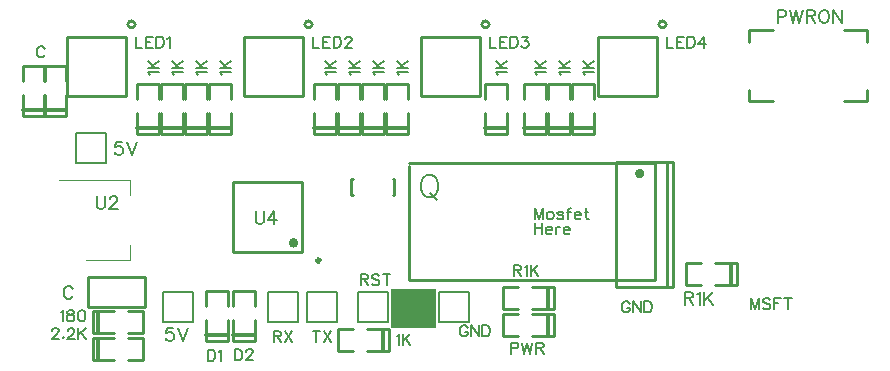
<source format=gto>
G04 ---------------------------- Layer name :TOP SILK LAYER*
G04 EasyEDA v5.6.10, Sat, 14 Jul 2018 09:59:27 GMT*
G04 2f10b13e7a714cddaf66bfbe285f99f1*
G04 Gerber Generator version 0.2*
G04 Scale: 100 percent, Rotated: No, Reflected: No *
G04 Dimensions in millimeters *
G04 leading zeros omitted , absolute positions ,3 integer and 3 decimal *
%FSLAX33Y33*%
%MOMM*%
G90*
G71D02*

%ADD10C,0.254000*%
%ADD11C,0.399999*%
%ADD15C,0.203200*%
%ADD16C,0.177800*%
%ADD17C,0.178003*%
%ADD37C,0.119990*%
%ADD38C,0.249999*%
%ADD39C,0.330200*%
%ADD40C,0.202999*%
%ADD41C,0.299999*%

%LPD*%
G54D37*
G01X9984Y11066D02*
G01X13746Y11066D01*
G01X13746Y12329D01*
G01X7736Y17889D02*
G01X13746Y17889D01*
G01X13746Y16626D01*
G54D10*
G01X35991Y17932D02*
G01X36093Y17932D01*
G01X36093Y16611D01*
G01X35991Y16611D01*
G01X32588Y16611D02*
G01X32435Y16611D01*
G01X32435Y17932D01*
G01X32588Y17932D01*
G01X68171Y24521D02*
G01X66169Y24521D01*
G01X66169Y25521D01*
G01X74170Y30520D02*
G01X76169Y30520D01*
G01X76169Y29519D01*
G01X66169Y29519D02*
G01X66169Y30520D01*
G01X68171Y30520D01*
G01X76169Y25521D02*
G01X76169Y24521D01*
G01X74170Y24521D01*
G54D38*
G01X58379Y29931D02*
G01X58379Y24932D01*
G01X58379Y24932D02*
G01X53380Y24932D01*
G01X53380Y29931D02*
G01X53380Y24932D01*
G01X58379Y29933D02*
G01X53380Y29933D01*
G01X43395Y29931D02*
G01X43395Y24932D01*
G01X43395Y24932D02*
G01X38394Y24932D01*
G01X38394Y29931D02*
G01X38394Y24932D01*
G01X43395Y29933D02*
G01X38394Y29933D01*
G01X28407Y29931D02*
G01X28407Y24932D01*
G01X28407Y24932D02*
G01X23408Y24932D01*
G01X23408Y29931D02*
G01X23408Y24932D01*
G01X28407Y29933D02*
G01X23408Y29933D01*
G01X13423Y29931D02*
G01X13423Y24932D01*
G01X13423Y24932D02*
G01X8422Y24932D01*
G01X8422Y29931D02*
G01X8422Y24932D01*
G01X13423Y29933D02*
G01X8422Y29933D01*
G54D39*
G01X64637Y10779D02*
G01X64637Y9032D01*
G54D10*
G01X63312Y10833D02*
G01X65112Y10833D01*
G01X65112Y8978D01*
G01X62113Y10833D02*
G01X60838Y10833D01*
G01X60838Y8978D01*
G01X60838Y8978D02*
G01X62113Y8978D01*
G01X63312Y8978D02*
G01X65112Y8978D01*
G54D39*
G01X11054Y4968D02*
G01X11054Y6715D01*
G54D10*
G01X12379Y4914D02*
G01X10579Y4914D01*
G01X10579Y6769D01*
G01X13578Y4914D02*
G01X14853Y4914D01*
G01X14853Y6769D01*
G01X14853Y6769D02*
G01X13578Y6769D01*
G01X12379Y6769D02*
G01X10579Y6769D01*
G54D39*
G01X11054Y2682D02*
G01X11054Y4429D01*
G54D10*
G01X12379Y2628D02*
G01X10579Y2628D01*
G01X10579Y4483D01*
G01X13578Y2628D02*
G01X14853Y2628D01*
G01X14853Y4483D01*
G01X14853Y4483D02*
G01X13578Y4483D01*
G01X12379Y4483D02*
G01X10579Y4483D01*
G01X59695Y19397D02*
G01X59695Y8796D01*
G01X54897Y8796D01*
G01X54897Y19397D01*
G01X59695Y19397D01*
G01X59197Y8796D02*
G01X59197Y19397D01*
G01X22451Y11783D02*
G01X28348Y11783D01*
G01X28348Y17680D01*
G01X22451Y17680D01*
G01X22451Y11783D01*
G54D15*
G01X27940Y5842D02*
G01X25400Y5842D01*
G01X25400Y8382D01*
G01X27940Y8382D01*
G01X27940Y6477D01*
G54D40*
G01X27940Y5842D02*
G01X27940Y6477D01*
G54D15*
G01X31242Y5842D02*
G01X28702Y5842D01*
G01X28702Y8382D01*
G01X31242Y8382D01*
G01X31242Y6477D01*
G54D40*
G01X31242Y5842D02*
G01X31242Y6477D01*
G54D15*
G01X35560Y5842D02*
G01X33020Y5842D01*
G01X33020Y8382D01*
G01X35560Y8382D01*
G01X35560Y6477D01*
G54D40*
G01X35560Y5842D02*
G01X35560Y6477D01*
G54D15*
G01X42418Y5842D02*
G01X39878Y5842D01*
G01X39878Y8382D01*
G01X42418Y8382D01*
G01X42418Y6477D01*
G54D40*
G01X42418Y5842D02*
G01X42418Y6477D01*
G54D15*
G01X19050Y5842D02*
G01X16510Y5842D01*
G01X16510Y8382D01*
G01X19050Y8382D01*
G01X19050Y6477D01*
G54D40*
G01X19050Y5842D02*
G01X19050Y6477D01*
G54D39*
G01X16113Y22230D02*
G01X14366Y22230D01*
G54D10*
G01X16167Y23555D02*
G01X16167Y21755D01*
G01X14312Y21755D01*
G01X16167Y24754D02*
G01X16167Y26029D01*
G01X14312Y26029D01*
G01X14312Y26029D02*
G01X14312Y24754D01*
G01X14312Y23555D02*
G01X14312Y21755D01*
G54D39*
G01X18145Y22230D02*
G01X16398Y22230D01*
G54D10*
G01X18199Y23555D02*
G01X18199Y21755D01*
G01X16344Y21755D01*
G01X18199Y24754D02*
G01X18199Y26029D01*
G01X16344Y26029D01*
G01X16344Y26029D02*
G01X16344Y24754D01*
G01X16344Y23555D02*
G01X16344Y21755D01*
G54D39*
G01X20177Y22230D02*
G01X18430Y22230D01*
G54D10*
G01X20231Y23555D02*
G01X20231Y21755D01*
G01X18376Y21755D01*
G01X20231Y24754D02*
G01X20231Y26029D01*
G01X18376Y26029D01*
G01X18376Y26029D02*
G01X18376Y24754D01*
G01X18376Y23555D02*
G01X18376Y21755D01*
G54D39*
G01X22209Y22230D02*
G01X20462Y22230D01*
G54D10*
G01X22263Y23555D02*
G01X22263Y21755D01*
G01X20408Y21755D01*
G01X22263Y24754D02*
G01X22263Y26029D01*
G01X20408Y26029D01*
G01X20408Y26029D02*
G01X20408Y24754D01*
G01X20408Y23555D02*
G01X20408Y21755D01*
G54D39*
G01X49143Y6461D02*
G01X49143Y4714D01*
G54D10*
G01X47818Y6515D02*
G01X49618Y6515D01*
G01X49618Y4660D01*
G01X46619Y6515D02*
G01X45344Y6515D01*
G01X45344Y4660D01*
G01X45344Y4660D02*
G01X46619Y4660D01*
G01X47818Y4660D02*
G01X49618Y4660D01*
G54D39*
G01X49143Y8747D02*
G01X49143Y7000D01*
G54D10*
G01X47818Y8801D02*
G01X49618Y8801D01*
G01X49618Y6946D01*
G01X46619Y8801D02*
G01X45344Y8801D01*
G01X45344Y6946D01*
G01X45344Y6946D02*
G01X46619Y6946D01*
G01X47818Y6946D02*
G01X49618Y6946D01*
G54D39*
G01X31099Y22230D02*
G01X29352Y22230D01*
G54D10*
G01X31153Y23555D02*
G01X31153Y21755D01*
G01X29298Y21755D01*
G01X31153Y24754D02*
G01X31153Y26029D01*
G01X29298Y26029D01*
G01X29298Y26029D02*
G01X29298Y24754D01*
G01X29298Y23555D02*
G01X29298Y21755D01*
G54D39*
G01X33131Y22230D02*
G01X31384Y22230D01*
G54D10*
G01X33185Y23555D02*
G01X33185Y21755D01*
G01X31330Y21755D01*
G01X33185Y24754D02*
G01X33185Y26029D01*
G01X31330Y26029D01*
G01X31330Y26029D02*
G01X31330Y24754D01*
G01X31330Y23555D02*
G01X31330Y21755D01*
G54D39*
G01X35163Y22230D02*
G01X33416Y22230D01*
G54D10*
G01X35217Y23555D02*
G01X35217Y21755D01*
G01X33362Y21755D01*
G01X35217Y24754D02*
G01X35217Y26029D01*
G01X33362Y26029D01*
G01X33362Y26029D02*
G01X33362Y24754D01*
G01X33362Y23555D02*
G01X33362Y21755D01*
G54D39*
G01X37195Y22230D02*
G01X35448Y22230D01*
G54D10*
G01X37249Y23555D02*
G01X37249Y21755D01*
G01X35394Y21755D01*
G01X37249Y24754D02*
G01X37249Y26029D01*
G01X35394Y26029D01*
G01X35394Y26029D02*
G01X35394Y24754D01*
G01X35394Y23555D02*
G01X35394Y21755D01*
G54D39*
G01X45577Y22230D02*
G01X43830Y22230D01*
G54D10*
G01X45631Y23555D02*
G01X45631Y21755D01*
G01X43776Y21755D01*
G01X45631Y24754D02*
G01X45631Y26029D01*
G01X43776Y26029D01*
G01X43776Y26029D02*
G01X43776Y24754D01*
G01X43776Y23555D02*
G01X43776Y21755D01*
G54D39*
G01X48879Y22230D02*
G01X47132Y22230D01*
G54D10*
G01X48933Y23555D02*
G01X48933Y21755D01*
G01X47078Y21755D01*
G01X48933Y24754D02*
G01X48933Y26029D01*
G01X47078Y26029D01*
G01X47078Y26029D02*
G01X47078Y24754D01*
G01X47078Y23555D02*
G01X47078Y21755D01*
G54D39*
G01X50911Y22230D02*
G01X49164Y22230D01*
G54D10*
G01X50965Y23555D02*
G01X50965Y21755D01*
G01X49110Y21755D01*
G01X50965Y24754D02*
G01X50965Y26029D01*
G01X49110Y26029D01*
G01X49110Y26029D02*
G01X49110Y24754D01*
G01X49110Y23555D02*
G01X49110Y21755D01*
G54D39*
G01X52943Y22230D02*
G01X51196Y22230D01*
G54D10*
G01X52997Y23555D02*
G01X52997Y21755D01*
G01X51142Y21755D01*
G01X52997Y24754D02*
G01X52997Y26029D01*
G01X51142Y26029D01*
G01X51142Y26029D02*
G01X51142Y24754D01*
G01X51142Y23555D02*
G01X51142Y21755D01*
G54D39*
G01X6461Y23754D02*
G01X4714Y23754D01*
G54D10*
G01X6515Y25079D02*
G01X6515Y23279D01*
G01X4660Y23279D01*
G01X6515Y26278D02*
G01X6515Y27553D01*
G01X4660Y27553D01*
G01X4660Y27553D02*
G01X4660Y26278D01*
G01X4660Y25079D02*
G01X4660Y23279D01*
G54D39*
G01X8239Y23751D02*
G01X6492Y23751D01*
G54D10*
G01X8293Y25077D02*
G01X8293Y23276D01*
G01X6438Y23276D01*
G01X8293Y26276D02*
G01X8293Y27551D01*
G01X6438Y27551D01*
G01X6438Y27551D02*
G01X6438Y26276D01*
G01X6438Y25077D02*
G01X6438Y23276D01*
G54D39*
G01X24244Y4701D02*
G01X22496Y4701D01*
G54D10*
G01X24297Y6027D02*
G01X24297Y4226D01*
G01X22443Y4226D01*
G01X24297Y7226D02*
G01X24297Y8501D01*
G01X22443Y8501D01*
G01X22443Y8501D02*
G01X22443Y7226D01*
G01X22443Y6027D02*
G01X22443Y4226D01*
G54D39*
G01X21955Y4701D02*
G01X20208Y4701D01*
G54D10*
G01X22009Y6027D02*
G01X22009Y4226D01*
G01X20154Y4226D01*
G01X22009Y7226D02*
G01X22009Y8501D01*
G01X20154Y8501D01*
G01X20154Y8501D02*
G01X20154Y7226D01*
G01X20154Y6027D02*
G01X20154Y4226D01*
G54D15*
G01X11684Y19304D02*
G01X9144Y19304D01*
G01X9144Y21844D01*
G01X11684Y21844D01*
G01X11684Y19939D01*
G54D40*
G01X11684Y19304D02*
G01X11684Y19939D01*
G54D39*
G01X35173Y5191D02*
G01X35173Y3444D01*
G54D10*
G01X33848Y5245D02*
G01X35648Y5245D01*
G01X35648Y3390D01*
G01X32649Y5245D02*
G01X31374Y5245D01*
G01X31374Y3390D01*
G01X31374Y3390D02*
G01X32649Y3390D01*
G01X33848Y3390D02*
G01X35648Y3390D01*
G01X10413Y9652D02*
G01X14985Y9652D01*
G01X14985Y7112D01*
G01X10159Y7112D01*
G01X10159Y9652D01*
G01X10413Y9652D01*
G01X37338Y19304D02*
G01X58166Y19304D01*
G01X58166Y9398D01*
G01X37338Y9398D01*
G01X37338Y19050D01*
G54D16*
G01X10922Y16510D02*
G01X10922Y15732D01*
G01X10972Y15575D01*
G01X11076Y15471D01*
G01X11234Y15420D01*
G01X11338Y15420D01*
G01X11493Y15471D01*
G01X11597Y15575D01*
G01X11648Y15732D01*
G01X11648Y16510D01*
G01X12044Y16250D02*
G01X12044Y16304D01*
G01X12095Y16408D01*
G01X12148Y16459D01*
G01X12252Y16510D01*
G01X12458Y16510D01*
G01X12562Y16459D01*
G01X12616Y16408D01*
G01X12666Y16304D01*
G01X12666Y16200D01*
G01X12616Y16095D01*
G01X12512Y15938D01*
G01X11991Y15420D01*
G01X12720Y15420D01*
G01X38900Y18287D02*
G01X38717Y18199D01*
G01X38536Y18016D01*
G01X38445Y17835D01*
G01X38354Y17561D01*
G01X38354Y17106D01*
G01X38445Y16835D01*
G01X38536Y16652D01*
G01X38717Y16471D01*
G01X38900Y16380D01*
G01X39263Y16380D01*
G01X39443Y16471D01*
G01X39626Y16652D01*
G01X39717Y16835D01*
G01X39809Y17106D01*
G01X39809Y17561D01*
G01X39717Y17835D01*
G01X39626Y18016D01*
G01X39443Y18199D01*
G01X39263Y18287D01*
G01X38900Y18287D01*
G01X39171Y16743D02*
G01X39717Y16197D01*
G01X59182Y30010D02*
G01X59182Y29055D01*
G01X59182Y29055D02*
G01X59728Y29055D01*
G01X60027Y30010D02*
G01X60027Y29055D01*
G01X60027Y30010D02*
G01X60617Y30010D01*
G01X60027Y29555D02*
G01X60391Y29555D01*
G01X60027Y29055D02*
G01X60617Y29055D01*
G01X60919Y30010D02*
G01X60919Y29055D01*
G01X60919Y30010D02*
G01X61236Y30010D01*
G01X61374Y29964D01*
G01X61462Y29872D01*
G01X61508Y29781D01*
G01X61554Y29646D01*
G01X61554Y29418D01*
G01X61508Y29281D01*
G01X61462Y29192D01*
G01X61374Y29100D01*
G01X61236Y29055D01*
G01X60919Y29055D01*
G01X62308Y30010D02*
G01X61854Y29372D01*
G01X62537Y29372D01*
G01X62308Y30010D02*
G01X62308Y29055D01*
G01X44196Y30010D02*
G01X44196Y29055D01*
G01X44196Y29055D02*
G01X44742Y29055D01*
G01X45041Y30010D02*
G01X45041Y29055D01*
G01X45041Y30010D02*
G01X45631Y30010D01*
G01X45041Y29555D02*
G01X45405Y29555D01*
G01X45041Y29055D02*
G01X45631Y29055D01*
G01X45933Y30010D02*
G01X45933Y29055D01*
G01X45933Y30010D02*
G01X46250Y30010D01*
G01X46388Y29964D01*
G01X46476Y29872D01*
G01X46522Y29781D01*
G01X46568Y29646D01*
G01X46568Y29418D01*
G01X46522Y29281D01*
G01X46476Y29192D01*
G01X46388Y29100D01*
G01X46250Y29055D01*
G01X45933Y29055D01*
G01X46959Y30010D02*
G01X47459Y30010D01*
G01X47188Y29646D01*
G01X47322Y29646D01*
G01X47414Y29601D01*
G01X47459Y29555D01*
G01X47505Y29418D01*
G01X47505Y29326D01*
G01X47459Y29192D01*
G01X47368Y29100D01*
G01X47231Y29055D01*
G01X47096Y29055D01*
G01X46959Y29100D01*
G01X46913Y29146D01*
G01X46868Y29237D01*
G01X29237Y30010D02*
G01X29237Y29055D01*
G01X29237Y29055D02*
G01X29784Y29055D01*
G01X30083Y30010D02*
G01X30083Y29055D01*
G01X30083Y30010D02*
G01X30673Y30010D01*
G01X30083Y29555D02*
G01X30446Y29555D01*
G01X30083Y29055D02*
G01X30673Y29055D01*
G01X30975Y30010D02*
G01X30975Y29055D01*
G01X30975Y30010D02*
G01X31292Y30010D01*
G01X31429Y29964D01*
G01X31518Y29872D01*
G01X31564Y29781D01*
G01X31610Y29646D01*
G01X31610Y29418D01*
G01X31564Y29281D01*
G01X31518Y29192D01*
G01X31429Y29100D01*
G01X31292Y29055D01*
G01X30975Y29055D01*
G01X31955Y29781D02*
G01X31955Y29827D01*
G01X32001Y29918D01*
G01X32047Y29964D01*
G01X32138Y30010D01*
G01X32318Y30010D01*
G01X32410Y29964D01*
G01X32456Y29918D01*
G01X32501Y29827D01*
G01X32501Y29735D01*
G01X32456Y29646D01*
G01X32364Y29509D01*
G01X31910Y29055D01*
G01X32547Y29055D01*
G01X14224Y30010D02*
G01X14224Y29055D01*
G01X14224Y29055D02*
G01X14770Y29055D01*
G01X15069Y30010D02*
G01X15069Y29055D01*
G01X15069Y30010D02*
G01X15659Y30010D01*
G01X15069Y29555D02*
G01X15433Y29555D01*
G01X15069Y29055D02*
G01X15659Y29055D01*
G01X15961Y30010D02*
G01X15961Y29055D01*
G01X15961Y30010D02*
G01X16278Y30010D01*
G01X16416Y29964D01*
G01X16504Y29872D01*
G01X16550Y29781D01*
G01X16596Y29646D01*
G01X16596Y29418D01*
G01X16550Y29281D01*
G01X16504Y29192D01*
G01X16416Y29100D01*
G01X16278Y29055D01*
G01X15961Y29055D01*
G01X16896Y29827D02*
G01X16987Y29872D01*
G01X17124Y30010D01*
G01X17124Y29055D01*
G01X60705Y8382D02*
G01X60705Y7292D01*
G01X60705Y8382D02*
G01X61173Y8382D01*
G01X61328Y8331D01*
G01X61381Y8280D01*
G01X61432Y8176D01*
G01X61432Y8072D01*
G01X61381Y7968D01*
G01X61328Y7914D01*
G01X61173Y7863D01*
G01X60705Y7863D01*
G01X61069Y7863D02*
G01X61432Y7292D01*
G01X61775Y8176D02*
G01X61879Y8227D01*
G01X62036Y8382D01*
G01X62036Y7292D01*
G01X62379Y8382D02*
G01X62379Y7292D01*
G01X63106Y8382D02*
G01X62379Y7655D01*
G01X62638Y7914D02*
G01X63106Y7292D01*
G01X7874Y6675D02*
G01X7965Y6720D01*
G01X8100Y6858D01*
G01X8100Y5902D01*
G01X8628Y6858D02*
G01X8491Y6812D01*
G01X8445Y6720D01*
G01X8445Y6629D01*
G01X8491Y6537D01*
G01X8582Y6494D01*
G01X8765Y6449D01*
G01X8900Y6403D01*
G01X8991Y6311D01*
G01X9037Y6220D01*
G01X9037Y6085D01*
G01X8991Y5994D01*
G01X8945Y5948D01*
G01X8811Y5902D01*
G01X8628Y5902D01*
G01X8491Y5948D01*
G01X8445Y5994D01*
G01X8402Y6085D01*
G01X8402Y6220D01*
G01X8445Y6311D01*
G01X8536Y6403D01*
G01X8674Y6449D01*
G01X8856Y6494D01*
G01X8945Y6537D01*
G01X8991Y6629D01*
G01X8991Y6720D01*
G01X8945Y6812D01*
G01X8811Y6858D01*
G01X8628Y6858D01*
G01X9611Y6858D02*
G01X9474Y6812D01*
G01X9382Y6675D01*
G01X9337Y6449D01*
G01X9337Y6311D01*
G01X9382Y6085D01*
G01X9474Y5948D01*
G01X9611Y5902D01*
G01X9700Y5902D01*
G01X9837Y5948D01*
G01X9928Y6085D01*
G01X9974Y6311D01*
G01X9974Y6449D01*
G01X9928Y6675D01*
G01X9837Y6812D01*
G01X9700Y6858D01*
G01X9611Y6858D01*
G01X7157Y5105D02*
G01X7157Y5151D01*
G01X7203Y5242D01*
G01X7249Y5288D01*
G01X7338Y5334D01*
G01X7520Y5334D01*
G01X7612Y5288D01*
G01X7658Y5242D01*
G01X7703Y5151D01*
G01X7703Y5059D01*
G01X7658Y4970D01*
G01X7566Y4833D01*
G01X7112Y4378D01*
G01X7749Y4378D01*
G01X8094Y4605D02*
G01X8049Y4561D01*
G01X8094Y4516D01*
G01X8138Y4561D01*
G01X8094Y4605D01*
G01X8483Y5105D02*
G01X8483Y5151D01*
G01X8529Y5242D01*
G01X8575Y5288D01*
G01X8666Y5334D01*
G01X8849Y5334D01*
G01X8938Y5288D01*
G01X8983Y5242D01*
G01X9029Y5151D01*
G01X9029Y5059D01*
G01X8983Y4970D01*
G01X8895Y4833D01*
G01X8440Y4378D01*
G01X9075Y4378D01*
G01X9375Y5334D02*
G01X9375Y4378D01*
G01X10012Y5334D02*
G01X9375Y4696D01*
G01X9603Y4925D02*
G01X10012Y4378D01*
G01X48006Y15494D02*
G01X48006Y14538D01*
G01X48006Y15494D02*
G01X48369Y14538D01*
G01X48732Y15494D02*
G01X48369Y14538D01*
G01X48732Y15494D02*
G01X48732Y14538D01*
G01X49260Y15173D02*
G01X49169Y15130D01*
G01X49077Y15039D01*
G01X49032Y14902D01*
G01X49032Y14810D01*
G01X49077Y14676D01*
G01X49169Y14584D01*
G01X49260Y14538D01*
G01X49397Y14538D01*
G01X49486Y14584D01*
G01X49578Y14676D01*
G01X49623Y14810D01*
G01X49623Y14902D01*
G01X49578Y15039D01*
G01X49486Y15130D01*
G01X49397Y15173D01*
G01X49260Y15173D01*
G01X50424Y15039D02*
G01X50378Y15130D01*
G01X50241Y15173D01*
G01X50106Y15173D01*
G01X49969Y15130D01*
G01X49923Y15039D01*
G01X49969Y14947D01*
G01X50060Y14902D01*
G01X50286Y14856D01*
G01X50378Y14810D01*
G01X50424Y14721D01*
G01X50424Y14676D01*
G01X50378Y14584D01*
G01X50241Y14538D01*
G01X50106Y14538D01*
G01X49969Y14584D01*
G01X49923Y14676D01*
G01X51087Y15494D02*
G01X50998Y15494D01*
G01X50906Y15448D01*
G01X50860Y15311D01*
G01X50860Y14538D01*
G01X50723Y15173D02*
G01X51041Y15173D01*
G01X51386Y14902D02*
G01X51932Y14902D01*
G01X51932Y14993D01*
G01X51887Y15085D01*
G01X51841Y15130D01*
G01X51752Y15173D01*
G01X51615Y15173D01*
G01X51523Y15130D01*
G01X51432Y15039D01*
G01X51386Y14902D01*
G01X51386Y14810D01*
G01X51432Y14676D01*
G01X51523Y14584D01*
G01X51615Y14538D01*
G01X51752Y14538D01*
G01X51841Y14584D01*
G01X51932Y14676D01*
G01X52369Y15494D02*
G01X52369Y14721D01*
G01X52415Y14584D01*
G01X52506Y14538D01*
G01X52595Y14538D01*
G01X52232Y15173D02*
G01X52552Y15173D01*
G01X24384Y15240D02*
G01X24384Y14462D01*
G01X24434Y14305D01*
G01X24538Y14201D01*
G01X24696Y14150D01*
G01X24800Y14150D01*
G01X24955Y14201D01*
G01X25059Y14305D01*
G01X25110Y14462D01*
G01X25110Y15240D01*
G01X25974Y15240D02*
G01X25453Y14513D01*
G01X26233Y14513D01*
G01X25974Y15240D02*
G01X25974Y14150D01*
G01X25908Y5080D02*
G01X25908Y4124D01*
G01X25908Y5080D02*
G01X26316Y5080D01*
G01X26454Y5034D01*
G01X26499Y4988D01*
G01X26545Y4897D01*
G01X26545Y4805D01*
G01X26499Y4716D01*
G01X26454Y4671D01*
G01X26316Y4625D01*
G01X25908Y4625D01*
G01X26225Y4625D02*
G01X26545Y4124D01*
G01X26845Y5080D02*
G01X27480Y4124D01*
G01X27480Y5080D02*
G01X26845Y4124D01*
G01X29527Y5080D02*
G01X29527Y4124D01*
G01X29210Y5080D02*
G01X29847Y5080D01*
G01X30147Y5080D02*
G01X30782Y4124D01*
G01X30782Y5080D02*
G01X30147Y4124D01*
G01X33274Y9906D02*
G01X33274Y8950D01*
G01X33274Y9906D02*
G01X33682Y9906D01*
G01X33820Y9860D01*
G01X33865Y9814D01*
G01X33911Y9723D01*
G01X33911Y9631D01*
G01X33865Y9542D01*
G01X33820Y9497D01*
G01X33682Y9451D01*
G01X33274Y9451D01*
G01X33591Y9451D02*
G01X33911Y8950D01*
G01X34846Y9768D02*
G01X34754Y9860D01*
G01X34620Y9906D01*
G01X34437Y9906D01*
G01X34300Y9860D01*
G01X34211Y9768D01*
G01X34211Y9677D01*
G01X34256Y9585D01*
G01X34300Y9542D01*
G01X34391Y9497D01*
G01X34665Y9405D01*
G01X34754Y9359D01*
G01X34800Y9314D01*
G01X34846Y9222D01*
G01X34846Y9088D01*
G01X34754Y8996D01*
G01X34620Y8950D01*
G01X34437Y8950D01*
G01X34300Y8996D01*
G01X34211Y9088D01*
G01X35466Y9906D02*
G01X35466Y8950D01*
G01X35145Y9906D02*
G01X35783Y9906D01*
G01X42336Y5359D02*
G01X42293Y5450D01*
G01X42202Y5542D01*
G01X42110Y5588D01*
G01X41927Y5588D01*
G01X41838Y5542D01*
G01X41747Y5450D01*
G01X41701Y5359D01*
G01X41656Y5224D01*
G01X41656Y4996D01*
G01X41701Y4859D01*
G01X41747Y4770D01*
G01X41838Y4678D01*
G01X41927Y4632D01*
G01X42110Y4632D01*
G01X42202Y4678D01*
G01X42293Y4770D01*
G01X42336Y4859D01*
G01X42336Y4996D01*
G01X42110Y4996D02*
G01X42336Y4996D01*
G01X42638Y5588D02*
G01X42638Y4632D01*
G01X42638Y5588D02*
G01X43273Y4632D01*
G01X43273Y5588D02*
G01X43273Y4632D01*
G01X43573Y5588D02*
G01X43573Y4632D01*
G01X43573Y5588D02*
G01X43891Y5588D01*
G01X44028Y5542D01*
G01X44119Y5450D01*
G01X44165Y5359D01*
G01X44211Y5224D01*
G01X44211Y4996D01*
G01X44165Y4859D01*
G01X44119Y4770D01*
G01X44028Y4678D01*
G01X43891Y4632D01*
G01X43573Y4632D01*
G01X17386Y5334D02*
G01X16868Y5334D01*
G01X16814Y4866D01*
G01X16868Y4919D01*
G01X17023Y4970D01*
G01X17180Y4970D01*
G01X17335Y4919D01*
G01X17439Y4815D01*
G01X17490Y4660D01*
G01X17490Y4556D01*
G01X17439Y4399D01*
G01X17335Y4295D01*
G01X17180Y4244D01*
G01X17023Y4244D01*
G01X16868Y4295D01*
G01X16814Y4348D01*
G01X16764Y4452D01*
G01X17833Y5334D02*
G01X18249Y4244D01*
G01X18666Y5334D02*
G01X18249Y4244D01*
G01X15422Y26776D02*
G01X15377Y26868D01*
G01X15240Y27002D01*
G01X16195Y27002D01*
G01X15240Y27304D02*
G01X16195Y27304D01*
G01X15240Y27939D02*
G01X15877Y27304D01*
G01X15648Y27531D02*
G01X16195Y27939D01*
G01X17454Y26776D02*
G01X17409Y26868D01*
G01X17271Y27002D01*
G01X18227Y27002D01*
G01X17271Y27304D02*
G01X18227Y27304D01*
G01X17271Y27939D02*
G01X17909Y27304D01*
G01X17680Y27531D02*
G01X18227Y27939D01*
G01X19486Y26776D02*
G01X19441Y26868D01*
G01X19303Y27002D01*
G01X20259Y27002D01*
G01X19303Y27304D02*
G01X20259Y27304D01*
G01X19303Y27939D02*
G01X19941Y27304D01*
G01X19712Y27531D02*
G01X20259Y27939D01*
G01X21518Y26776D02*
G01X21473Y26868D01*
G01X21335Y27002D01*
G01X22291Y27002D01*
G01X21335Y27304D02*
G01X22291Y27304D01*
G01X21335Y27939D02*
G01X21973Y27304D01*
G01X21744Y27531D02*
G01X22291Y27939D01*
G01X45974Y4102D02*
G01X45974Y3147D01*
G01X45974Y4102D02*
G01X46382Y4102D01*
G01X46520Y4056D01*
G01X46565Y4010D01*
G01X46611Y3919D01*
G01X46611Y3782D01*
G01X46565Y3693D01*
G01X46520Y3647D01*
G01X46382Y3601D01*
G01X45974Y3601D01*
G01X46911Y4102D02*
G01X47137Y3147D01*
G01X47365Y4102D02*
G01X47137Y3147D01*
G01X47365Y4102D02*
G01X47591Y3147D01*
G01X47820Y4102D02*
G01X47591Y3147D01*
G01X48120Y4102D02*
G01X48120Y3147D01*
G01X48120Y4102D02*
G01X48529Y4102D01*
G01X48663Y4056D01*
G01X48709Y4010D01*
G01X48755Y3919D01*
G01X48755Y3827D01*
G01X48709Y3738D01*
G01X48663Y3693D01*
G01X48529Y3647D01*
G01X48120Y3647D01*
G01X48437Y3647D02*
G01X48755Y3147D01*
G01X46228Y10668D02*
G01X46228Y9712D01*
G01X46228Y10668D02*
G01X46636Y10668D01*
G01X46774Y10622D01*
G01X46819Y10576D01*
G01X46865Y10485D01*
G01X46865Y10393D01*
G01X46819Y10304D01*
G01X46774Y10259D01*
G01X46636Y10213D01*
G01X46228Y10213D01*
G01X46545Y10213D02*
G01X46865Y9712D01*
G01X47165Y10485D02*
G01X47254Y10530D01*
G01X47391Y10668D01*
G01X47391Y9712D01*
G01X47691Y10668D02*
G01X47691Y9712D01*
G01X48328Y10668D02*
G01X47691Y10030D01*
G01X47919Y10259D02*
G01X48328Y9712D01*
G01X30408Y26776D02*
G01X30363Y26868D01*
G01X30225Y27002D01*
G01X31181Y27002D01*
G01X30225Y27304D02*
G01X31181Y27304D01*
G01X30225Y27939D02*
G01X30863Y27304D01*
G01X30634Y27531D02*
G01X31181Y27939D01*
G01X32440Y26776D02*
G01X32395Y26868D01*
G01X32257Y27002D01*
G01X33213Y27002D01*
G01X32257Y27304D02*
G01X33213Y27304D01*
G01X32257Y27939D02*
G01X32895Y27304D01*
G01X32666Y27531D02*
G01X33213Y27939D01*
G01X34472Y26776D02*
G01X34427Y26868D01*
G01X34289Y27002D01*
G01X35245Y27002D01*
G01X34289Y27304D02*
G01X35245Y27304D01*
G01X34289Y27939D02*
G01X34927Y27304D01*
G01X34698Y27531D02*
G01X35245Y27939D01*
G01X36504Y26776D02*
G01X36459Y26868D01*
G01X36321Y27002D01*
G01X37277Y27002D01*
G01X36321Y27304D02*
G01X37277Y27304D01*
G01X36321Y27939D02*
G01X36959Y27304D01*
G01X36730Y27531D02*
G01X37277Y27939D01*
G01X44886Y26776D02*
G01X44841Y26868D01*
G01X44703Y27002D01*
G01X45659Y27002D01*
G01X44703Y27304D02*
G01X45659Y27304D01*
G01X44703Y27939D02*
G01X45341Y27304D01*
G01X45112Y27531D02*
G01X45659Y27939D01*
G01X48188Y26776D02*
G01X48143Y26868D01*
G01X48005Y27002D01*
G01X48961Y27002D01*
G01X48005Y27304D02*
G01X48961Y27304D01*
G01X48005Y27939D02*
G01X48643Y27304D01*
G01X48414Y27531D02*
G01X48961Y27939D01*
G01X50220Y26776D02*
G01X50175Y26868D01*
G01X50037Y27002D01*
G01X50993Y27002D01*
G01X50037Y27304D02*
G01X50993Y27304D01*
G01X50037Y27939D02*
G01X50675Y27304D01*
G01X50446Y27531D02*
G01X50993Y27939D01*
G01X52252Y26776D02*
G01X52207Y26868D01*
G01X52069Y27002D01*
G01X53025Y27002D01*
G01X52069Y27304D02*
G01X53025Y27304D01*
G01X52069Y27939D02*
G01X52707Y27304D01*
G01X52478Y27531D02*
G01X53025Y27939D01*
G01X6522Y28981D02*
G01X6479Y29072D01*
G01X6388Y29164D01*
G01X6296Y29210D01*
G01X6113Y29210D01*
G01X6024Y29164D01*
G01X5933Y29072D01*
G01X5887Y28981D01*
G01X5842Y28846D01*
G01X5842Y28618D01*
G01X5887Y28481D01*
G01X5933Y28392D01*
G01X6024Y28300D01*
G01X6113Y28254D01*
G01X6296Y28254D01*
G01X6388Y28300D01*
G01X6479Y28392D01*
G01X6522Y28481D01*
G01X6522Y28981D02*
G01X6479Y29072D01*
G01X6388Y29164D01*
G01X6296Y29210D01*
G01X6113Y29210D01*
G01X6024Y29164D01*
G01X5933Y29072D01*
G01X5887Y28981D01*
G01X5842Y28846D01*
G01X5842Y28618D01*
G01X5887Y28481D01*
G01X5933Y28392D01*
G01X6024Y28300D01*
G01X6113Y28254D01*
G01X6296Y28254D01*
G01X6388Y28300D01*
G01X6479Y28392D01*
G01X6522Y28481D01*
G01X22606Y3556D02*
G01X22606Y2600D01*
G01X22606Y3556D02*
G01X22923Y3556D01*
G01X23060Y3510D01*
G01X23152Y3418D01*
G01X23197Y3327D01*
G01X23243Y3192D01*
G01X23243Y2964D01*
G01X23197Y2827D01*
G01X23152Y2738D01*
G01X23060Y2646D01*
G01X22923Y2600D01*
G01X22606Y2600D01*
G01X23588Y3327D02*
G01X23588Y3373D01*
G01X23632Y3464D01*
G01X23677Y3510D01*
G01X23769Y3556D01*
G01X23952Y3556D01*
G01X24041Y3510D01*
G01X24086Y3464D01*
G01X24132Y3373D01*
G01X24132Y3281D01*
G01X24086Y3192D01*
G01X23997Y3055D01*
G01X23543Y2600D01*
G01X24178Y2600D01*
G01X20320Y3482D02*
G01X20320Y2527D01*
G01X20320Y3482D02*
G01X20637Y3482D01*
G01X20774Y3436D01*
G01X20866Y3345D01*
G01X20911Y3253D01*
G01X20957Y3119D01*
G01X20957Y2890D01*
G01X20911Y2753D01*
G01X20866Y2664D01*
G01X20774Y2573D01*
G01X20637Y2527D01*
G01X20320Y2527D01*
G01X21257Y3299D02*
G01X21346Y3345D01*
G01X21483Y3482D01*
G01X21483Y2527D01*
G01X36322Y4645D02*
G01X36413Y4691D01*
G01X36548Y4828D01*
G01X36548Y3873D01*
G01X36850Y4828D02*
G01X36850Y3873D01*
G01X37485Y4828D02*
G01X36850Y4191D01*
G01X37076Y4419D02*
G01X37485Y3873D01*
G01X8907Y8630D02*
G01X8854Y8735D01*
G01X8752Y8839D01*
G01X8648Y8890D01*
G01X8440Y8890D01*
G01X8336Y8839D01*
G01X8232Y8735D01*
G01X8181Y8630D01*
G01X8128Y8475D01*
G01X8128Y8216D01*
G01X8181Y8059D01*
G01X8232Y7955D01*
G01X8336Y7851D01*
G01X8440Y7800D01*
G01X8648Y7800D01*
G01X8752Y7851D01*
G01X8854Y7955D01*
G01X8907Y8059D01*
G01X13068Y21082D02*
G01X12550Y21082D01*
G01X12496Y20614D01*
G01X12550Y20667D01*
G01X12705Y20718D01*
G01X12862Y20718D01*
G01X13017Y20667D01*
G01X13121Y20563D01*
G01X13172Y20408D01*
G01X13172Y20304D01*
G01X13121Y20147D01*
G01X13017Y20043D01*
G01X12862Y19992D01*
G01X12705Y19992D01*
G01X12550Y20043D01*
G01X12496Y20096D01*
G01X12446Y20200D01*
G01X13515Y21082D02*
G01X13931Y19992D01*
G01X14348Y21082D02*
G01X13931Y19992D01*
G54D17*
G01X56052Y7391D02*
G01X56009Y7482D01*
G01X55918Y7574D01*
G01X55826Y7620D01*
G01X55643Y7620D01*
G01X55554Y7574D01*
G01X55463Y7482D01*
G01X55417Y7391D01*
G01X55372Y7256D01*
G01X55372Y7028D01*
G01X55417Y6891D01*
G01X55463Y6802D01*
G01X55554Y6710D01*
G01X55643Y6664D01*
G01X55826Y6664D01*
G01X55918Y6710D01*
G01X56009Y6802D01*
G01X56052Y6891D01*
G01X56052Y7028D01*
G01X55826Y7028D02*
G01X56052Y7028D01*
G01X56354Y7620D02*
G01X56354Y6664D01*
G01X56354Y7620D02*
G01X56989Y6664D01*
G01X56989Y7620D02*
G01X56989Y6664D01*
G01X57289Y7620D02*
G01X57289Y6664D01*
G01X57289Y7620D02*
G01X57607Y7620D01*
G01X57744Y7574D01*
G01X57835Y7482D01*
G01X57881Y7391D01*
G01X57927Y7256D01*
G01X57927Y7028D01*
G01X57881Y6891D01*
G01X57835Y6802D01*
G01X57744Y6710D01*
G01X57607Y6664D01*
G01X57289Y6664D01*
G01X66294Y7874D02*
G01X66294Y6918D01*
G01X66294Y7874D02*
G01X66657Y6918D01*
G01X67020Y7874D02*
G01X66657Y6918D01*
G01X67020Y7874D02*
G01X67020Y6918D01*
G01X67957Y7736D02*
G01X67866Y7828D01*
G01X67729Y7874D01*
G01X67548Y7874D01*
G01X67411Y7828D01*
G01X67320Y7736D01*
G01X67320Y7645D01*
G01X67365Y7553D01*
G01X67411Y7510D01*
G01X67503Y7465D01*
G01X67774Y7373D01*
G01X67866Y7327D01*
G01X67911Y7282D01*
G01X67957Y7190D01*
G01X67957Y7056D01*
G01X67866Y6964D01*
G01X67729Y6918D01*
G01X67548Y6918D01*
G01X67411Y6964D01*
G01X67320Y7056D01*
G01X68257Y7874D02*
G01X68257Y6918D01*
G01X68257Y7874D02*
G01X68849Y7874D01*
G01X68257Y7419D02*
G01X68620Y7419D01*
G01X69466Y7874D02*
G01X69466Y6918D01*
G01X69148Y7874D02*
G01X69783Y7874D01*
G54D16*
G01X68580Y32257D02*
G01X68580Y31168D01*
G01X68580Y32257D02*
G01X69047Y32257D01*
G01X69202Y32207D01*
G01X69255Y32156D01*
G01X69306Y32052D01*
G01X69306Y31894D01*
G01X69255Y31790D01*
G01X69202Y31739D01*
G01X69047Y31686D01*
G01X68580Y31686D01*
G01X69649Y32257D02*
G01X69910Y31168D01*
G01X70170Y32257D02*
G01X69910Y31168D01*
G01X70170Y32257D02*
G01X70429Y31168D01*
G01X70688Y32257D02*
G01X70429Y31168D01*
G01X71031Y32257D02*
G01X71031Y31168D01*
G01X71031Y32257D02*
G01X71501Y32257D01*
G01X71655Y32207D01*
G01X71706Y32156D01*
G01X71760Y32052D01*
G01X71760Y31948D01*
G01X71706Y31843D01*
G01X71655Y31790D01*
G01X71501Y31739D01*
G01X71031Y31739D01*
G01X71396Y31739D02*
G01X71760Y31168D01*
G01X72415Y32257D02*
G01X72311Y32207D01*
G01X72207Y32103D01*
G01X72153Y31998D01*
G01X72102Y31843D01*
G01X72102Y31584D01*
G01X72153Y31427D01*
G01X72207Y31323D01*
G01X72311Y31219D01*
G01X72415Y31168D01*
G01X72621Y31168D01*
G01X72725Y31219D01*
G01X72829Y31323D01*
G01X72882Y31427D01*
G01X72933Y31584D01*
G01X72933Y31843D01*
G01X72882Y31998D01*
G01X72829Y32103D01*
G01X72725Y32207D01*
G01X72621Y32257D01*
G01X72415Y32257D01*
G01X73276Y32257D02*
G01X73276Y31168D01*
G01X73276Y32257D02*
G01X74002Y31168D01*
G01X74002Y32257D02*
G01X74002Y31168D01*
G01X48006Y14224D02*
G01X48006Y13268D01*
G01X48643Y14224D02*
G01X48643Y13268D01*
G01X48006Y13769D02*
G01X48643Y13769D01*
G01X48943Y13632D02*
G01X49486Y13632D01*
G01X49486Y13723D01*
G01X49441Y13815D01*
G01X49397Y13860D01*
G01X49306Y13903D01*
G01X49169Y13903D01*
G01X49077Y13860D01*
G01X48988Y13769D01*
G01X48943Y13632D01*
G01X48943Y13540D01*
G01X48988Y13406D01*
G01X49077Y13314D01*
G01X49169Y13268D01*
G01X49306Y13268D01*
G01X49397Y13314D01*
G01X49486Y13406D01*
G01X49789Y13903D02*
G01X49789Y13268D01*
G01X49789Y13632D02*
G01X49832Y13769D01*
G01X49923Y13860D01*
G01X50015Y13903D01*
G01X50152Y13903D01*
G01X50452Y13632D02*
G01X50998Y13632D01*
G01X50998Y13723D01*
G01X50952Y13815D01*
G01X50906Y13860D01*
G01X50815Y13903D01*
G01X50678Y13903D01*
G01X50586Y13860D01*
G01X50497Y13769D01*
G01X50452Y13632D01*
G01X50452Y13540D01*
G01X50497Y13406D01*
G01X50586Y13314D01*
G01X50678Y13268D01*
G01X50815Y13268D01*
G01X50906Y13314D01*
G01X50998Y13406D01*
G54D11*
G75*
G01X57097Y18397D02*
G3X57097Y18395I-200J-1D01*
G01*
G54D41*
G75*
G01X29550Y11031D02*
G3X29550Y11034I150J1D01*
G01*
G54D11*
G75*
G01X27399Y12532D02*
G3X27399Y12535I200J1D01*
G01*
G54D10*
G75*
G01X59129Y31032D02*
G03X59129Y31032I-300J0D01*
G01*
G75*
G01X44143Y31032D02*
G03X44143Y31032I-300J0D01*
G01*
G75*
G01X29157Y31032D02*
G03X29157Y31032I-300J0D01*
G01*
G75*
G01X14171Y31032D02*
G03X14171Y31032I-300J0D01*
G01*
G36*
G01X35814Y8636D02*
G01X39624Y8636D01*
G01X39624Y5334D01*
G01X35814Y5334D01*
G01X35814Y8636D01*
G37*
M00*
M02*

</source>
